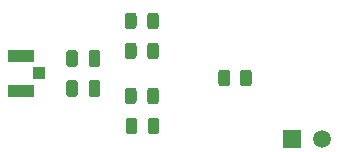
<source format=gbr>
%TF.GenerationSoftware,KiCad,Pcbnew,(5.1.10)-1*%
%TF.CreationDate,2021-11-30T19:58:40-05:00*%
%TF.ProjectId,Microwave_Circuit,4d696372-6f77-4617-9665-5f4369726375,rev?*%
%TF.SameCoordinates,Original*%
%TF.FileFunction,Soldermask,Bot*%
%TF.FilePolarity,Negative*%
%FSLAX46Y46*%
G04 Gerber Fmt 4.6, Leading zero omitted, Abs format (unit mm)*
G04 Created by KiCad (PCBNEW (5.1.10)-1) date 2021-11-30 19:58:40*
%MOMM*%
%LPD*%
G01*
G04 APERTURE LIST*
%ADD10R,2.200000X1.050000*%
%ADD11R,1.050000X1.000000*%
%ADD12C,1.508000*%
%ADD13R,1.508000X1.508000*%
G04 APERTURE END LIST*
%TO.C,R1*%
G36*
G01*
X191384500Y-69157001D02*
X191384500Y-68256999D01*
G75*
G02*
X191634499Y-68007000I249999J0D01*
G01*
X192159501Y-68007000D01*
G75*
G02*
X192409500Y-68256999I0J-249999D01*
G01*
X192409500Y-69157001D01*
G75*
G02*
X192159501Y-69407000I-249999J0D01*
G01*
X191634499Y-69407000D01*
G75*
G02*
X191384500Y-69157001I0J249999D01*
G01*
G37*
G36*
G01*
X193209500Y-69157001D02*
X193209500Y-68256999D01*
G75*
G02*
X193459499Y-68007000I249999J0D01*
G01*
X193984501Y-68007000D01*
G75*
G02*
X194234500Y-68256999I0J-249999D01*
G01*
X194234500Y-69157001D01*
G75*
G02*
X193984501Y-69407000I-249999J0D01*
G01*
X193459499Y-69407000D01*
G75*
G02*
X193209500Y-69157001I0J249999D01*
G01*
G37*
%TD*%
D10*
%TO.C,J1*%
X174688500Y-66851000D03*
X174688500Y-69801000D03*
D11*
X176213500Y-68326000D03*
%TD*%
%TO.C,D5*%
G36*
G01*
X183550500Y-73227250D02*
X183550500Y-72314750D01*
G75*
G02*
X183794250Y-72071000I243750J0D01*
G01*
X184281750Y-72071000D01*
G75*
G02*
X184525500Y-72314750I0J-243750D01*
G01*
X184525500Y-73227250D01*
G75*
G02*
X184281750Y-73471000I-243750J0D01*
G01*
X183794250Y-73471000D01*
G75*
G02*
X183550500Y-73227250I0J243750D01*
G01*
G37*
G36*
G01*
X185425500Y-73227250D02*
X185425500Y-72314750D01*
G75*
G02*
X185669250Y-72071000I243750J0D01*
G01*
X186156750Y-72071000D01*
G75*
G02*
X186400500Y-72314750I0J-243750D01*
G01*
X186400500Y-73227250D01*
G75*
G02*
X186156750Y-73471000I-243750J0D01*
G01*
X185669250Y-73471000D01*
G75*
G02*
X185425500Y-73227250I0J243750D01*
G01*
G37*
%TD*%
D12*
%TO.C,D4*%
X200152000Y-73914000D03*
D13*
X197612000Y-73914000D03*
%TD*%
%TO.C,D3*%
G36*
G01*
X184462000Y-69774750D02*
X184462000Y-70687250D01*
G75*
G02*
X184218250Y-70931000I-243750J0D01*
G01*
X183730750Y-70931000D01*
G75*
G02*
X183487000Y-70687250I0J243750D01*
G01*
X183487000Y-69774750D01*
G75*
G02*
X183730750Y-69531000I243750J0D01*
G01*
X184218250Y-69531000D01*
G75*
G02*
X184462000Y-69774750I0J-243750D01*
G01*
G37*
G36*
G01*
X186337000Y-69774750D02*
X186337000Y-70687250D01*
G75*
G02*
X186093250Y-70931000I-243750J0D01*
G01*
X185605750Y-70931000D01*
G75*
G02*
X185362000Y-70687250I0J243750D01*
G01*
X185362000Y-69774750D01*
G75*
G02*
X185605750Y-69531000I243750J0D01*
G01*
X186093250Y-69531000D01*
G75*
G02*
X186337000Y-69774750I0J-243750D01*
G01*
G37*
%TD*%
%TO.C,D2*%
G36*
G01*
X183487000Y-66877250D02*
X183487000Y-65964750D01*
G75*
G02*
X183730750Y-65721000I243750J0D01*
G01*
X184218250Y-65721000D01*
G75*
G02*
X184462000Y-65964750I0J-243750D01*
G01*
X184462000Y-66877250D01*
G75*
G02*
X184218250Y-67121000I-243750J0D01*
G01*
X183730750Y-67121000D01*
G75*
G02*
X183487000Y-66877250I0J243750D01*
G01*
G37*
G36*
G01*
X185362000Y-66877250D02*
X185362000Y-65964750D01*
G75*
G02*
X185605750Y-65721000I243750J0D01*
G01*
X186093250Y-65721000D01*
G75*
G02*
X186337000Y-65964750I0J-243750D01*
G01*
X186337000Y-66877250D01*
G75*
G02*
X186093250Y-67121000I-243750J0D01*
G01*
X185605750Y-67121000D01*
G75*
G02*
X185362000Y-66877250I0J243750D01*
G01*
G37*
%TD*%
%TO.C,D1*%
G36*
G01*
X184462000Y-63424750D02*
X184462000Y-64337250D01*
G75*
G02*
X184218250Y-64581000I-243750J0D01*
G01*
X183730750Y-64581000D01*
G75*
G02*
X183487000Y-64337250I0J243750D01*
G01*
X183487000Y-63424750D01*
G75*
G02*
X183730750Y-63181000I243750J0D01*
G01*
X184218250Y-63181000D01*
G75*
G02*
X184462000Y-63424750I0J-243750D01*
G01*
G37*
G36*
G01*
X186337000Y-63424750D02*
X186337000Y-64337250D01*
G75*
G02*
X186093250Y-64581000I-243750J0D01*
G01*
X185605750Y-64581000D01*
G75*
G02*
X185362000Y-64337250I0J243750D01*
G01*
X185362000Y-63424750D01*
G75*
G02*
X185605750Y-63181000I243750J0D01*
G01*
X186093250Y-63181000D01*
G75*
G02*
X186337000Y-63424750I0J-243750D01*
G01*
G37*
%TD*%
%TO.C,C2*%
G36*
G01*
X178511500Y-70071000D02*
X178511500Y-69121000D01*
G75*
G02*
X178761500Y-68871000I250000J0D01*
G01*
X179261500Y-68871000D01*
G75*
G02*
X179511500Y-69121000I0J-250000D01*
G01*
X179511500Y-70071000D01*
G75*
G02*
X179261500Y-70321000I-250000J0D01*
G01*
X178761500Y-70321000D01*
G75*
G02*
X178511500Y-70071000I0J250000D01*
G01*
G37*
G36*
G01*
X180411500Y-70071000D02*
X180411500Y-69121000D01*
G75*
G02*
X180661500Y-68871000I250000J0D01*
G01*
X181161500Y-68871000D01*
G75*
G02*
X181411500Y-69121000I0J-250000D01*
G01*
X181411500Y-70071000D01*
G75*
G02*
X181161500Y-70321000I-250000J0D01*
G01*
X180661500Y-70321000D01*
G75*
G02*
X180411500Y-70071000I0J250000D01*
G01*
G37*
%TD*%
%TO.C,C1*%
G36*
G01*
X181406500Y-66581000D02*
X181406500Y-67531000D01*
G75*
G02*
X181156500Y-67781000I-250000J0D01*
G01*
X180656500Y-67781000D01*
G75*
G02*
X180406500Y-67531000I0J250000D01*
G01*
X180406500Y-66581000D01*
G75*
G02*
X180656500Y-66331000I250000J0D01*
G01*
X181156500Y-66331000D01*
G75*
G02*
X181406500Y-66581000I0J-250000D01*
G01*
G37*
G36*
G01*
X179506500Y-66581000D02*
X179506500Y-67531000D01*
G75*
G02*
X179256500Y-67781000I-250000J0D01*
G01*
X178756500Y-67781000D01*
G75*
G02*
X178506500Y-67531000I0J250000D01*
G01*
X178506500Y-66581000D01*
G75*
G02*
X178756500Y-66331000I250000J0D01*
G01*
X179256500Y-66331000D01*
G75*
G02*
X179506500Y-66581000I0J-250000D01*
G01*
G37*
%TD*%
M02*

</source>
